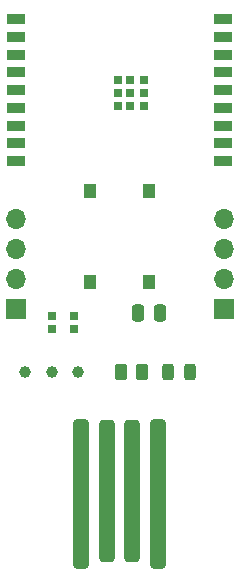
<source format=gbr>
%TF.GenerationSoftware,KiCad,Pcbnew,8.0.4*%
%TF.CreationDate,2024-09-01T23:06:17-05:00*%
%TF.ProjectId,Quick Hack,51756963-6b20-4486-9163-6b2e6b696361,rev?*%
%TF.SameCoordinates,Original*%
%TF.FileFunction,Soldermask,Top*%
%TF.FilePolarity,Negative*%
%FSLAX46Y46*%
G04 Gerber Fmt 4.6, Leading zero omitted, Abs format (unit mm)*
G04 Created by KiCad (PCBNEW 8.0.4) date 2024-09-01 23:06:17*
%MOMM*%
%LPD*%
G01*
G04 APERTURE LIST*
G04 Aperture macros list*
%AMRoundRect*
0 Rectangle with rounded corners*
0 $1 Rounding radius*
0 $2 $3 $4 $5 $6 $7 $8 $9 X,Y pos of 4 corners*
0 Add a 4 corners polygon primitive as box body*
4,1,4,$2,$3,$4,$5,$6,$7,$8,$9,$2,$3,0*
0 Add four circle primitives for the rounded corners*
1,1,$1+$1,$2,$3*
1,1,$1+$1,$4,$5*
1,1,$1+$1,$6,$7*
1,1,$1+$1,$8,$9*
0 Add four rect primitives between the rounded corners*
20,1,$1+$1,$2,$3,$4,$5,0*
20,1,$1+$1,$4,$5,$6,$7,0*
20,1,$1+$1,$6,$7,$8,$9,0*
20,1,$1+$1,$8,$9,$2,$3,0*%
G04 Aperture macros list end*
%ADD10R,0.700000X0.700000*%
%ADD11R,1.000000X1.250000*%
%ADD12C,1.000000*%
%ADD13RoundRect,0.325000X-0.325000X-6.025000X0.325000X-6.025000X0.325000X6.025000X-0.325000X6.025000X0*%
%ADD14RoundRect,0.325000X-0.325000X-5.725000X0.325000X-5.725000X0.325000X5.725000X-0.325000X5.725000X0*%
%ADD15RoundRect,0.250000X-0.262500X-0.450000X0.262500X-0.450000X0.262500X0.450000X-0.262500X0.450000X0*%
%ADD16R,1.700000X1.700000*%
%ADD17O,1.700000X1.700000*%
%ADD18R,1.500000X0.900000*%
%ADD19RoundRect,0.243750X0.243750X0.456250X-0.243750X0.456250X-0.243750X-0.456250X0.243750X-0.456250X0*%
%ADD20RoundRect,0.250000X0.250000X0.475000X-0.250000X0.475000X-0.250000X-0.475000X0.250000X-0.475000X0*%
G04 APERTURE END LIST*
D10*
%TO.C,D1*%
X127915000Y-81550000D03*
X127915000Y-80450000D03*
X126085000Y-80450000D03*
X126085000Y-81550000D03*
%TD*%
D11*
%TO.C,SW1*%
X129300000Y-69825000D03*
X129300000Y-77575000D03*
%TD*%
D12*
%TO.C,TP3*%
X126050000Y-85200000D03*
%TD*%
%TO.C,TP2*%
X123800000Y-85200000D03*
%TD*%
D11*
%TO.C,SW2*%
X134300000Y-69825000D03*
X134300000Y-77575000D03*
%TD*%
D13*
%TO.C,J1*%
X135040000Y-95500000D03*
D14*
X132880000Y-95200000D03*
X130720000Y-95200000D03*
D13*
X128560000Y-95500000D03*
%TD*%
D15*
%TO.C,R2*%
X131887500Y-85200000D03*
X133712500Y-85200000D03*
%TD*%
D16*
%TO.C,J2*%
X140600000Y-79800000D03*
D17*
X140600000Y-77260000D03*
X140600000Y-74720000D03*
X140600000Y-72180000D03*
%TD*%
D18*
%TO.C,U2*%
X123050000Y-55300000D03*
X123050000Y-56800000D03*
X123050000Y-58300000D03*
X123050000Y-59800000D03*
X123050000Y-61300000D03*
X123050000Y-62800000D03*
X123050000Y-64300000D03*
X123050000Y-65800000D03*
X123050000Y-67300000D03*
X140550000Y-67300000D03*
X140550000Y-65800000D03*
X140550000Y-64300000D03*
X140550000Y-62800000D03*
X140550000Y-61300000D03*
X140550000Y-59800000D03*
X140550000Y-58300000D03*
X140550000Y-56800000D03*
X140550000Y-55300000D03*
D10*
X131660000Y-60400000D03*
X131660000Y-61500000D03*
X131660000Y-62600000D03*
X132710000Y-60400000D03*
X132710000Y-61500000D03*
X132710000Y-62600000D03*
X133860000Y-60400000D03*
X133860000Y-61500000D03*
X133860000Y-62600000D03*
%TD*%
D19*
%TO.C,D2*%
X137737500Y-85200000D03*
X135862500Y-85200000D03*
%TD*%
D16*
%TO.C,J3*%
X123000000Y-79800000D03*
D17*
X123000000Y-77260000D03*
X123000000Y-74720000D03*
X123000000Y-72180000D03*
%TD*%
D12*
%TO.C,TP1*%
X128300000Y-85200000D03*
%TD*%
D20*
%TO.C,C7*%
X135250000Y-80200000D03*
X133350000Y-80200000D03*
%TD*%
M02*

</source>
